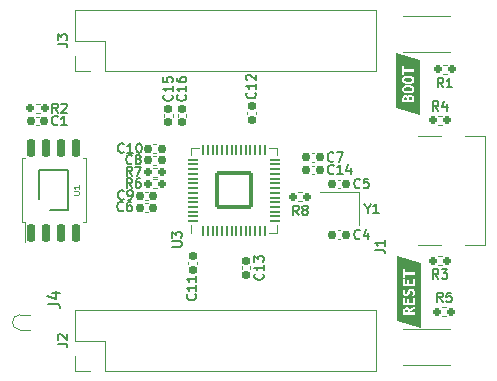
<source format=gto>
%TF.GenerationSoftware,KiCad,Pcbnew,(6.0.1)*%
%TF.CreationDate,2022-02-10T21:58:18+01:00*%
%TF.ProjectId,rp2040,72703230-3430-42e6-9b69-6361645f7063,rev?*%
%TF.SameCoordinates,PX8917370PY699e930*%
%TF.FileFunction,Legend,Top*%
%TF.FilePolarity,Positive*%
%FSLAX46Y46*%
G04 Gerber Fmt 4.6, Leading zero omitted, Abs format (unit mm)*
G04 Created by KiCad (PCBNEW (6.0.1)) date 2022-02-10 21:58:18*
%MOMM*%
%LPD*%
G01*
G04 APERTURE LIST*
G04 Aperture macros list*
%AMRoundRect*
0 Rectangle with rounded corners*
0 $1 Rounding radius*
0 $2 $3 $4 $5 $6 $7 $8 $9 X,Y pos of 4 corners*
0 Add a 4 corners polygon primitive as box body*
4,1,4,$2,$3,$4,$5,$6,$7,$8,$9,$2,$3,0*
0 Add four circle primitives for the rounded corners*
1,1,$1+$1,$2,$3*
1,1,$1+$1,$4,$5*
1,1,$1+$1,$6,$7*
1,1,$1+$1,$8,$9*
0 Add four rect primitives between the rounded corners*
20,1,$1+$1,$2,$3,$4,$5,0*
20,1,$1+$1,$4,$5,$6,$7,0*
20,1,$1+$1,$6,$7,$8,$9,0*
20,1,$1+$1,$8,$9,$2,$3,0*%
G04 Aperture macros list end*
%ADD10C,0.150000*%
%ADD11C,0.125000*%
%ADD12C,0.120000*%
%ADD13C,0.100000*%
%ADD14RoundRect,0.155000X-0.212500X-0.155000X0.212500X-0.155000X0.212500X0.155000X-0.212500X0.155000X0*%
%ADD15RoundRect,0.144000X1.456000X-1.456000X1.456000X1.456000X-1.456000X1.456000X-1.456000X-1.456000X0*%
%ADD16RoundRect,0.050000X0.387500X-0.050000X0.387500X0.050000X-0.387500X0.050000X-0.387500X-0.050000X0*%
%ADD17RoundRect,0.050000X0.050000X-0.387500X0.050000X0.387500X-0.050000X0.387500X-0.050000X-0.387500X0*%
%ADD18RoundRect,0.155000X0.212500X0.155000X-0.212500X0.155000X-0.212500X-0.155000X0.212500X-0.155000X0*%
%ADD19R,1.000000X2.000000*%
%ADD20RoundRect,0.160000X0.197500X0.160000X-0.197500X0.160000X-0.197500X-0.160000X0.197500X-0.160000X0*%
%ADD21RoundRect,0.155000X0.155000X-0.212500X0.155000X0.212500X-0.155000X0.212500X-0.155000X-0.212500X0*%
%ADD22RoundRect,0.155000X-0.155000X0.212500X-0.155000X-0.212500X0.155000X-0.212500X0.155000X0.212500X0*%
%ADD23O,2.100000X1.000000*%
%ADD24O,1.600000X1.000000*%
%ADD25R,1.150000X0.300000*%
%ADD26C,0.650000*%
%ADD27R,0.250000X0.600000*%
%ADD28RoundRect,0.150000X0.150000X-0.650000X0.150000X0.650000X-0.150000X0.650000X-0.150000X-0.650000X0*%
%ADD29R,1.600000X0.400000*%
%ADD30R,1.700000X1.700000*%
%ADD31O,1.700000X1.700000*%
%ADD32R,1.150000X1.000000*%
%ADD33O,1.500000X0.800000*%
%ADD34C,0.700000*%
%ADD35RoundRect,0.160000X-0.197500X-0.160000X0.197500X-0.160000X0.197500X0.160000X-0.197500X0.160000X0*%
G04 APERTURE END LIST*
D10*
%TO.C,C7*%
X27966666Y18014286D02*
X27928571Y17976191D01*
X27814285Y17938096D01*
X27738095Y17938096D01*
X27623809Y17976191D01*
X27547619Y18052381D01*
X27509523Y18128572D01*
X27471428Y18280953D01*
X27471428Y18395239D01*
X27509523Y18547620D01*
X27547619Y18623810D01*
X27623809Y18700000D01*
X27738095Y18738096D01*
X27814285Y18738096D01*
X27928571Y18700000D01*
X27966666Y18661905D01*
X28233333Y18738096D02*
X28766666Y18738096D01*
X28423809Y17938096D01*
%TO.C,U3*%
X14310649Y10753902D02*
X14958268Y10753902D01*
X15034459Y10791997D01*
X15072554Y10830092D01*
X15110649Y10906283D01*
X15110649Y11058664D01*
X15072554Y11134854D01*
X15034459Y11172949D01*
X14958268Y11211045D01*
X14310649Y11211045D01*
X14310649Y11515806D02*
X14310649Y12011045D01*
X14615411Y11744378D01*
X14615411Y11858664D01*
X14653506Y11934854D01*
X14691602Y11972949D01*
X14767792Y12011045D01*
X14958268Y12011045D01*
X15034459Y11972949D01*
X15072554Y11934854D01*
X15110649Y11858664D01*
X15110649Y11630092D01*
X15072554Y11553902D01*
X15034459Y11515806D01*
%TO.C,C9*%
X10213544Y14799641D02*
X10175449Y14761546D01*
X10061163Y14723451D01*
X9984973Y14723451D01*
X9870687Y14761546D01*
X9794497Y14837736D01*
X9756401Y14913927D01*
X9718306Y15066308D01*
X9718306Y15180594D01*
X9756401Y15332975D01*
X9794497Y15409165D01*
X9870687Y15485355D01*
X9984973Y15523451D01*
X10061163Y15523451D01*
X10175449Y15485355D01*
X10213544Y15447260D01*
X10594497Y14723451D02*
X10746878Y14723451D01*
X10823068Y14761546D01*
X10861163Y14799641D01*
X10937354Y14913927D01*
X10975449Y15066308D01*
X10975449Y15371070D01*
X10937354Y15447260D01*
X10899258Y15485355D01*
X10823068Y15523451D01*
X10670687Y15523451D01*
X10594497Y15485355D01*
X10556401Y15447260D01*
X10518306Y15371070D01*
X10518306Y15180594D01*
X10556401Y15104403D01*
X10594497Y15066308D01*
X10670687Y15028213D01*
X10823068Y15028213D01*
X10899258Y15066308D01*
X10937354Y15104403D01*
X10975449Y15180594D01*
%TO.C,C1*%
X4636666Y21084286D02*
X4598571Y21046191D01*
X4484285Y21008096D01*
X4408095Y21008096D01*
X4293809Y21046191D01*
X4217619Y21122381D01*
X4179523Y21198572D01*
X4141428Y21350953D01*
X4141428Y21465239D01*
X4179523Y21617620D01*
X4217619Y21693810D01*
X4293809Y21770000D01*
X4408095Y21808096D01*
X4484285Y21808096D01*
X4598571Y21770000D01*
X4636666Y21731905D01*
X5398571Y21008096D02*
X4941428Y21008096D01*
X5170000Y21008096D02*
X5170000Y21808096D01*
X5093809Y21693810D01*
X5017619Y21617620D01*
X4941428Y21579524D01*
%TO.C,R3*%
X36866666Y8018096D02*
X36600000Y8399048D01*
X36409523Y8018096D02*
X36409523Y8818096D01*
X36714285Y8818096D01*
X36790476Y8780000D01*
X36828571Y8741905D01*
X36866666Y8665715D01*
X36866666Y8551429D01*
X36828571Y8475239D01*
X36790476Y8437143D01*
X36714285Y8399048D01*
X36409523Y8399048D01*
X37133333Y8818096D02*
X37628571Y8818096D01*
X37361904Y8513334D01*
X37476190Y8513334D01*
X37552380Y8475239D01*
X37590476Y8437143D01*
X37628571Y8360953D01*
X37628571Y8170477D01*
X37590476Y8094286D01*
X37552380Y8056191D01*
X37476190Y8018096D01*
X37247619Y8018096D01*
X37171428Y8056191D01*
X37133333Y8094286D01*
%TO.C,C12*%
X21329577Y23785715D02*
X21367672Y23747620D01*
X21405767Y23633334D01*
X21405767Y23557143D01*
X21367672Y23442858D01*
X21291482Y23366667D01*
X21215291Y23328572D01*
X21062910Y23290477D01*
X20948624Y23290477D01*
X20796243Y23328572D01*
X20720053Y23366667D01*
X20643863Y23442858D01*
X20605767Y23557143D01*
X20605767Y23633334D01*
X20643863Y23747620D01*
X20681958Y23785715D01*
X21405767Y24547620D02*
X21405767Y24090477D01*
X21405767Y24319048D02*
X20605767Y24319048D01*
X20720053Y24242858D01*
X20796243Y24166667D01*
X20834339Y24090477D01*
X20681958Y24852381D02*
X20643863Y24890477D01*
X20605767Y24966667D01*
X20605767Y25157143D01*
X20643863Y25233334D01*
X20681958Y25271429D01*
X20758148Y25309524D01*
X20834339Y25309524D01*
X20948624Y25271429D01*
X21405767Y24814286D01*
X21405767Y25309524D01*
%TO.C,C14*%
X27985714Y16964286D02*
X27947619Y16926191D01*
X27833333Y16888096D01*
X27757142Y16888096D01*
X27642857Y16926191D01*
X27566666Y17002381D01*
X27528571Y17078572D01*
X27490476Y17230953D01*
X27490476Y17345239D01*
X27528571Y17497620D01*
X27566666Y17573810D01*
X27642857Y17650000D01*
X27757142Y17688096D01*
X27833333Y17688096D01*
X27947619Y17650000D01*
X27985714Y17611905D01*
X28747619Y16888096D02*
X28290476Y16888096D01*
X28519047Y16888096D02*
X28519047Y17688096D01*
X28442857Y17573810D01*
X28366666Y17497620D01*
X28290476Y17459524D01*
X29433333Y17421429D02*
X29433333Y16888096D01*
X29242857Y17726191D02*
X29052380Y17154762D01*
X29547619Y17154762D01*
%TO.C,C13*%
X21995714Y8435715D02*
X22033809Y8397620D01*
X22071904Y8283334D01*
X22071904Y8207143D01*
X22033809Y8092858D01*
X21957619Y8016667D01*
X21881428Y7978572D01*
X21729047Y7940477D01*
X21614761Y7940477D01*
X21462380Y7978572D01*
X21386190Y8016667D01*
X21310000Y8092858D01*
X21271904Y8207143D01*
X21271904Y8283334D01*
X21310000Y8397620D01*
X21348095Y8435715D01*
X22071904Y9197620D02*
X22071904Y8740477D01*
X22071904Y8969048D02*
X21271904Y8969048D01*
X21386190Y8892858D01*
X21462380Y8816667D01*
X21500476Y8740477D01*
X21271904Y9464286D02*
X21271904Y9959524D01*
X21576666Y9692858D01*
X21576666Y9807143D01*
X21614761Y9883334D01*
X21652857Y9921429D01*
X21729047Y9959524D01*
X21919523Y9959524D01*
X21995714Y9921429D01*
X22033809Y9883334D01*
X22071904Y9807143D01*
X22071904Y9578572D01*
X22033809Y9502381D01*
X21995714Y9464286D01*
%TO.C,C11*%
X16265003Y6714395D02*
X16303098Y6676300D01*
X16341193Y6562014D01*
X16341193Y6485823D01*
X16303098Y6371538D01*
X16226908Y6295347D01*
X16150717Y6257252D01*
X15998336Y6219157D01*
X15884050Y6219157D01*
X15731669Y6257252D01*
X15655479Y6295347D01*
X15579289Y6371538D01*
X15541193Y6485823D01*
X15541193Y6562014D01*
X15579289Y6676300D01*
X15617384Y6714395D01*
X16341193Y7476300D02*
X16341193Y7019157D01*
X16341193Y7247728D02*
X15541193Y7247728D01*
X15655479Y7171538D01*
X15731669Y7095347D01*
X15769765Y7019157D01*
X16341193Y8238204D02*
X16341193Y7781061D01*
X16341193Y8009633D02*
X15541193Y8009633D01*
X15655479Y7933442D01*
X15731669Y7857252D01*
X15769765Y7781061D01*
%TO.C,C10*%
X10214394Y18764286D02*
X10176299Y18726191D01*
X10062013Y18688096D01*
X9985822Y18688096D01*
X9871537Y18726191D01*
X9795346Y18802381D01*
X9757251Y18878572D01*
X9719156Y19030953D01*
X9719156Y19145239D01*
X9757251Y19297620D01*
X9795346Y19373810D01*
X9871537Y19450000D01*
X9985822Y19488096D01*
X10062013Y19488096D01*
X10176299Y19450000D01*
X10214394Y19411905D01*
X10976299Y18688096D02*
X10519156Y18688096D01*
X10747727Y18688096D02*
X10747727Y19488096D01*
X10671537Y19373810D01*
X10595346Y19297620D01*
X10519156Y19259524D01*
X11471537Y19488096D02*
X11547727Y19488096D01*
X11623918Y19450000D01*
X11662013Y19411905D01*
X11700108Y19335715D01*
X11738203Y19183334D01*
X11738203Y18992858D01*
X11700108Y18840477D01*
X11662013Y18764286D01*
X11623918Y18726191D01*
X11547727Y18688096D01*
X11471537Y18688096D01*
X11395346Y18726191D01*
X11357251Y18764286D01*
X11319156Y18840477D01*
X11281060Y18992858D01*
X11281060Y19183334D01*
X11319156Y19335715D01*
X11357251Y19411905D01*
X11395346Y19450000D01*
X11471537Y19488096D01*
%TO.C,R2*%
X4636666Y22058096D02*
X4370000Y22439048D01*
X4179523Y22058096D02*
X4179523Y22858096D01*
X4484285Y22858096D01*
X4560476Y22820000D01*
X4598571Y22781905D01*
X4636666Y22705715D01*
X4636666Y22591429D01*
X4598571Y22515239D01*
X4560476Y22477143D01*
X4484285Y22439048D01*
X4179523Y22439048D01*
X4941428Y22781905D02*
X4979523Y22820000D01*
X5055714Y22858096D01*
X5246190Y22858096D01*
X5322380Y22820000D01*
X5360476Y22781905D01*
X5398571Y22705715D01*
X5398571Y22629524D01*
X5360476Y22515239D01*
X4903333Y22058096D01*
X5398571Y22058096D01*
%TO.C,J1*%
X31511904Y10483334D02*
X32083333Y10483334D01*
X32197619Y10445239D01*
X32273809Y10369048D01*
X32311904Y10254762D01*
X32311904Y10178572D01*
X32311904Y11283334D02*
X32311904Y10826191D01*
X32311904Y11054762D02*
X31511904Y11054762D01*
X31626190Y10978572D01*
X31702380Y10902381D01*
X31740476Y10826191D01*
%TO.C,R7*%
X10913544Y16723451D02*
X10646878Y17104403D01*
X10456401Y16723451D02*
X10456401Y17523451D01*
X10761163Y17523451D01*
X10837354Y17485355D01*
X10875449Y17447260D01*
X10913544Y17371070D01*
X10913544Y17256784D01*
X10875449Y17180594D01*
X10837354Y17142498D01*
X10761163Y17104403D01*
X10456401Y17104403D01*
X11180211Y17523451D02*
X11713544Y17523451D01*
X11370687Y16723451D01*
D11*
%TO.C,U1*%
X5966190Y15139048D02*
X6370952Y15139048D01*
X6418571Y15162858D01*
X6442380Y15186667D01*
X6466190Y15234286D01*
X6466190Y15329524D01*
X6442380Y15377143D01*
X6418571Y15400953D01*
X6370952Y15424762D01*
X5966190Y15424762D01*
X6466190Y15924762D02*
X6466190Y15639048D01*
X6466190Y15781905D02*
X5966190Y15781905D01*
X6037619Y15734286D01*
X6085238Y15686667D01*
X6109047Y15639048D01*
D10*
%TO.C,C5*%
X30216666Y15764286D02*
X30178571Y15726191D01*
X30064285Y15688096D01*
X29988095Y15688096D01*
X29873809Y15726191D01*
X29797619Y15802381D01*
X29759523Y15878572D01*
X29721428Y16030953D01*
X29721428Y16145239D01*
X29759523Y16297620D01*
X29797619Y16373810D01*
X29873809Y16450000D01*
X29988095Y16488096D01*
X30064285Y16488096D01*
X30178571Y16450000D01*
X30216666Y16411905D01*
X30940476Y16488096D02*
X30559523Y16488096D01*
X30521428Y16107143D01*
X30559523Y16145239D01*
X30635714Y16183334D01*
X30826190Y16183334D01*
X30902380Y16145239D01*
X30940476Y16107143D01*
X30978571Y16030953D01*
X30978571Y15840477D01*
X30940476Y15764286D01*
X30902380Y15726191D01*
X30826190Y15688096D01*
X30635714Y15688096D01*
X30559523Y15726191D01*
X30521428Y15764286D01*
%TO.C,C8*%
X10913544Y17799641D02*
X10875449Y17761546D01*
X10761163Y17723451D01*
X10684973Y17723451D01*
X10570687Y17761546D01*
X10494497Y17837736D01*
X10456401Y17913927D01*
X10418306Y18066308D01*
X10418306Y18180594D01*
X10456401Y18332975D01*
X10494497Y18409165D01*
X10570687Y18485355D01*
X10684973Y18523451D01*
X10761163Y18523451D01*
X10875449Y18485355D01*
X10913544Y18447260D01*
X11370687Y18180594D02*
X11294497Y18218689D01*
X11256401Y18256784D01*
X11218306Y18332975D01*
X11218306Y18371070D01*
X11256401Y18447260D01*
X11294497Y18485355D01*
X11370687Y18523451D01*
X11523068Y18523451D01*
X11599258Y18485355D01*
X11637354Y18447260D01*
X11675449Y18371070D01*
X11675449Y18332975D01*
X11637354Y18256784D01*
X11599258Y18218689D01*
X11523068Y18180594D01*
X11370687Y18180594D01*
X11294497Y18142498D01*
X11256401Y18104403D01*
X11218306Y18028213D01*
X11218306Y17875832D01*
X11256401Y17799641D01*
X11294497Y17761546D01*
X11370687Y17723451D01*
X11523068Y17723451D01*
X11599258Y17761546D01*
X11637354Y17799641D01*
X11675449Y17875832D01*
X11675449Y18028213D01*
X11637354Y18104403D01*
X11599258Y18142498D01*
X11523068Y18180594D01*
%TO.C,J3*%
X4616904Y27928334D02*
X5188333Y27928334D01*
X5302619Y27890239D01*
X5378809Y27814048D01*
X5416904Y27699762D01*
X5416904Y27623572D01*
X4616904Y28233096D02*
X4616904Y28728334D01*
X4921666Y28461667D01*
X4921666Y28575953D01*
X4959761Y28652143D01*
X4997857Y28690239D01*
X5074047Y28728334D01*
X5264523Y28728334D01*
X5340714Y28690239D01*
X5378809Y28652143D01*
X5416904Y28575953D01*
X5416904Y28347381D01*
X5378809Y28271191D01*
X5340714Y28233096D01*
%TO.C,Y1*%
X30869047Y13969048D02*
X30869047Y13588096D01*
X30602380Y14388096D02*
X30869047Y13969048D01*
X31135714Y14388096D01*
X31821428Y13588096D02*
X31364285Y13588096D01*
X31592857Y13588096D02*
X31592857Y14388096D01*
X31516666Y14273810D01*
X31440476Y14197620D01*
X31364285Y14159524D01*
%TO.C,J4*%
X3804380Y5916667D02*
X4518666Y5916667D01*
X4661523Y5869048D01*
X4756761Y5773810D01*
X4804380Y5630953D01*
X4804380Y5535715D01*
X4137714Y6821429D02*
X4804380Y6821429D01*
X3756761Y6583334D02*
X4471047Y6345239D01*
X4471047Y6964286D01*
%TO.C,R5*%
X37216666Y6058096D02*
X36950000Y6439048D01*
X36759523Y6058096D02*
X36759523Y6858096D01*
X37064285Y6858096D01*
X37140476Y6820000D01*
X37178571Y6781905D01*
X37216666Y6705715D01*
X37216666Y6591429D01*
X37178571Y6515239D01*
X37140476Y6477143D01*
X37064285Y6439048D01*
X36759523Y6439048D01*
X37940476Y6858096D02*
X37559523Y6858096D01*
X37521428Y6477143D01*
X37559523Y6515239D01*
X37635714Y6553334D01*
X37826190Y6553334D01*
X37902380Y6515239D01*
X37940476Y6477143D01*
X37978571Y6400953D01*
X37978571Y6210477D01*
X37940476Y6134286D01*
X37902380Y6096191D01*
X37826190Y6058096D01*
X37635714Y6058096D01*
X37559523Y6096191D01*
X37521428Y6134286D01*
%TO.C,R1*%
X37266666Y24218096D02*
X37000000Y24599048D01*
X36809523Y24218096D02*
X36809523Y25018096D01*
X37114285Y25018096D01*
X37190476Y24980000D01*
X37228571Y24941905D01*
X37266666Y24865715D01*
X37266666Y24751429D01*
X37228571Y24675239D01*
X37190476Y24637143D01*
X37114285Y24599048D01*
X36809523Y24599048D01*
X38028571Y24218096D02*
X37571428Y24218096D01*
X37800000Y24218096D02*
X37800000Y25018096D01*
X37723809Y24903810D01*
X37647619Y24827620D01*
X37571428Y24789524D01*
%TO.C,R6*%
X10913544Y15723451D02*
X10646878Y16104403D01*
X10456401Y15723451D02*
X10456401Y16523451D01*
X10761163Y16523451D01*
X10837354Y16485355D01*
X10875449Y16447260D01*
X10913544Y16371070D01*
X10913544Y16256784D01*
X10875449Y16180594D01*
X10837354Y16142498D01*
X10761163Y16104403D01*
X10456401Y16104403D01*
X11599258Y16523451D02*
X11446878Y16523451D01*
X11370687Y16485355D01*
X11332592Y16447260D01*
X11256401Y16332975D01*
X11218306Y16180594D01*
X11218306Y15875832D01*
X11256401Y15799641D01*
X11294497Y15761546D01*
X11370687Y15723451D01*
X11523068Y15723451D01*
X11599258Y15761546D01*
X11637354Y15799641D01*
X11675449Y15875832D01*
X11675449Y16066308D01*
X11637354Y16142498D01*
X11599258Y16180594D01*
X11523068Y16218689D01*
X11370687Y16218689D01*
X11294497Y16180594D01*
X11256401Y16142498D01*
X11218306Y16066308D01*
%TO.C,J2*%
X4616904Y2528334D02*
X5188333Y2528334D01*
X5302619Y2490239D01*
X5378809Y2414048D01*
X5416904Y2299762D01*
X5416904Y2223572D01*
X4693095Y2871191D02*
X4655000Y2909286D01*
X4616904Y2985477D01*
X4616904Y3175953D01*
X4655000Y3252143D01*
X4693095Y3290239D01*
X4769285Y3328334D01*
X4845476Y3328334D01*
X4959761Y3290239D01*
X5416904Y2833096D01*
X5416904Y3328334D01*
%TO.C,C4*%
X30216666Y11464286D02*
X30178571Y11426191D01*
X30064285Y11388096D01*
X29988095Y11388096D01*
X29873809Y11426191D01*
X29797619Y11502381D01*
X29759523Y11578572D01*
X29721428Y11730953D01*
X29721428Y11845239D01*
X29759523Y11997620D01*
X29797619Y12073810D01*
X29873809Y12150000D01*
X29988095Y12188096D01*
X30064285Y12188096D01*
X30178571Y12150000D01*
X30216666Y12111905D01*
X30902380Y11921429D02*
X30902380Y11388096D01*
X30711904Y12226191D02*
X30521428Y11654762D01*
X31016666Y11654762D01*
%TO.C,C16*%
X15435714Y23585715D02*
X15473809Y23547620D01*
X15511904Y23433334D01*
X15511904Y23357143D01*
X15473809Y23242858D01*
X15397619Y23166667D01*
X15321428Y23128572D01*
X15169047Y23090477D01*
X15054761Y23090477D01*
X14902380Y23128572D01*
X14826190Y23166667D01*
X14750000Y23242858D01*
X14711904Y23357143D01*
X14711904Y23433334D01*
X14750000Y23547620D01*
X14788095Y23585715D01*
X15511904Y24347620D02*
X15511904Y23890477D01*
X15511904Y24119048D02*
X14711904Y24119048D01*
X14826190Y24042858D01*
X14902380Y23966667D01*
X14940476Y23890477D01*
X14711904Y25033334D02*
X14711904Y24880953D01*
X14750000Y24804762D01*
X14788095Y24766667D01*
X14902380Y24690477D01*
X15054761Y24652381D01*
X15359523Y24652381D01*
X15435714Y24690477D01*
X15473809Y24728572D01*
X15511904Y24804762D01*
X15511904Y24957143D01*
X15473809Y25033334D01*
X15435714Y25071429D01*
X15359523Y25109524D01*
X15169047Y25109524D01*
X15092857Y25071429D01*
X15054761Y25033334D01*
X15016666Y24957143D01*
X15016666Y24804762D01*
X15054761Y24728572D01*
X15092857Y24690477D01*
X15169047Y24652381D01*
%TO.C,R4*%
X36866666Y22258096D02*
X36600000Y22639048D01*
X36409523Y22258096D02*
X36409523Y23058096D01*
X36714285Y23058096D01*
X36790476Y23020000D01*
X36828571Y22981905D01*
X36866666Y22905715D01*
X36866666Y22791429D01*
X36828571Y22715239D01*
X36790476Y22677143D01*
X36714285Y22639048D01*
X36409523Y22639048D01*
X37552380Y22791429D02*
X37552380Y22258096D01*
X37361904Y23096191D02*
X37171428Y22524762D01*
X37666666Y22524762D01*
%TO.C,C15*%
X14285714Y23585715D02*
X14323809Y23547620D01*
X14361904Y23433334D01*
X14361904Y23357143D01*
X14323809Y23242858D01*
X14247619Y23166667D01*
X14171428Y23128572D01*
X14019047Y23090477D01*
X13904761Y23090477D01*
X13752380Y23128572D01*
X13676190Y23166667D01*
X13600000Y23242858D01*
X13561904Y23357143D01*
X13561904Y23433334D01*
X13600000Y23547620D01*
X13638095Y23585715D01*
X14361904Y24347620D02*
X14361904Y23890477D01*
X14361904Y24119048D02*
X13561904Y24119048D01*
X13676190Y24042858D01*
X13752380Y23966667D01*
X13790476Y23890477D01*
X13561904Y25071429D02*
X13561904Y24690477D01*
X13942857Y24652381D01*
X13904761Y24690477D01*
X13866666Y24766667D01*
X13866666Y24957143D01*
X13904761Y25033334D01*
X13942857Y25071429D01*
X14019047Y25109524D01*
X14209523Y25109524D01*
X14285714Y25071429D01*
X14323809Y25033334D01*
X14361904Y24957143D01*
X14361904Y24766667D01*
X14323809Y24690477D01*
X14285714Y24652381D01*
%TO.C,C6*%
X10178188Y13834997D02*
X10140093Y13796902D01*
X10025807Y13758807D01*
X9949617Y13758807D01*
X9835331Y13796902D01*
X9759141Y13873092D01*
X9721045Y13949283D01*
X9682950Y14101664D01*
X9682950Y14215950D01*
X9721045Y14368331D01*
X9759141Y14444521D01*
X9835331Y14520711D01*
X9949617Y14558807D01*
X10025807Y14558807D01*
X10140093Y14520711D01*
X10178188Y14482616D01*
X10863902Y14558807D02*
X10711522Y14558807D01*
X10635331Y14520711D01*
X10597236Y14482616D01*
X10521045Y14368331D01*
X10482950Y14215950D01*
X10482950Y13911188D01*
X10521045Y13834997D01*
X10559141Y13796902D01*
X10635331Y13758807D01*
X10787712Y13758807D01*
X10863902Y13796902D01*
X10901998Y13834997D01*
X10940093Y13911188D01*
X10940093Y14101664D01*
X10901998Y14177854D01*
X10863902Y14215950D01*
X10787712Y14254045D01*
X10635331Y14254045D01*
X10559141Y14215950D01*
X10521045Y14177854D01*
X10482950Y14101664D01*
%TO.C,R8*%
X25016666Y13418096D02*
X24750000Y13799048D01*
X24559523Y13418096D02*
X24559523Y14218096D01*
X24864285Y14218096D01*
X24940476Y14180000D01*
X24978571Y14141905D01*
X25016666Y14065715D01*
X25016666Y13951429D01*
X24978571Y13875239D01*
X24940476Y13837143D01*
X24864285Y13799048D01*
X24559523Y13799048D01*
X25473809Y13875239D02*
X25397619Y13913334D01*
X25359523Y13951429D01*
X25321428Y14027620D01*
X25321428Y14065715D01*
X25359523Y14141905D01*
X25397619Y14180000D01*
X25473809Y14218096D01*
X25626190Y14218096D01*
X25702380Y14180000D01*
X25740476Y14141905D01*
X25778571Y14065715D01*
X25778571Y14027620D01*
X25740476Y13951429D01*
X25702380Y13913334D01*
X25626190Y13875239D01*
X25473809Y13875239D01*
X25397619Y13837143D01*
X25359523Y13799048D01*
X25321428Y13722858D01*
X25321428Y13570477D01*
X25359523Y13494286D01*
X25397619Y13456191D01*
X25473809Y13418096D01*
X25626190Y13418096D01*
X25702380Y13456191D01*
X25740476Y13494286D01*
X25778571Y13570477D01*
X25778571Y13722858D01*
X25740476Y13799048D01*
X25702380Y13837143D01*
X25626190Y13875239D01*
D12*
%TO.C,C7*%
X26134165Y18660000D02*
X26365835Y18660000D01*
X26134165Y17940000D02*
X26365835Y17940000D01*
%TO.C,U3*%
X15940000Y19110000D02*
X16590000Y19110000D01*
X23160000Y12540000D02*
X23160000Y11890000D01*
X15940000Y18460000D02*
X15940000Y19110000D01*
X15940000Y12540000D02*
X15940000Y11890000D01*
X23160000Y18460000D02*
X23160000Y19110000D01*
X23160000Y11890000D02*
X22510000Y11890000D01*
X23160000Y19110000D02*
X22510000Y19110000D01*
%TO.C,C9*%
X12265835Y15410000D02*
X12034165Y15410000D01*
X12265835Y14690000D02*
X12034165Y14690000D01*
%TO.C,C1*%
X2804165Y21010000D02*
X3035835Y21010000D01*
X2804165Y21730000D02*
X3035835Y21730000D01*
%TO.C,SW1*%
X33850000Y27250000D02*
X37850000Y27250000D01*
X33850000Y30250000D02*
X37850000Y30250000D01*
%TO.C,R3*%
X37167621Y9170000D02*
X36832379Y9170000D01*
X37167621Y9930000D02*
X36832379Y9930000D01*
%TO.C,C12*%
X21410000Y21934165D02*
X21410000Y22165835D01*
X20690000Y21934165D02*
X20690000Y22165835D01*
%TO.C,C14*%
X26134165Y17610000D02*
X26365835Y17610000D01*
X26134165Y16890000D02*
X26365835Y16890000D01*
%TO.C,C13*%
X20910000Y9065835D02*
X20910000Y8834165D01*
X20190000Y9065835D02*
X20190000Y8834165D01*
%TO.C,C11*%
X16410000Y9465835D02*
X16410000Y9234165D01*
X15690000Y9465835D02*
X15690000Y9234165D01*
%TO.C,C10*%
X12965835Y18690000D02*
X12734165Y18690000D01*
X12965835Y19410000D02*
X12734165Y19410000D01*
%TO.C,R2*%
X3087621Y22850000D02*
X2752379Y22850000D01*
X3087621Y22090000D02*
X2752379Y22090000D01*
%TO.C,J1*%
X35150000Y10920000D02*
X37070000Y10920000D01*
X37070000Y20080000D02*
X35150000Y20080000D01*
X40785000Y20080000D02*
X40785000Y10920000D01*
X39080000Y20080000D02*
X40785000Y20080000D01*
X40785000Y10920000D02*
X39080000Y10920000D01*
%TO.C,R7*%
X13017621Y16670000D02*
X12682379Y16670000D01*
X13017621Y17430000D02*
X12682379Y17430000D01*
%TO.C,U1*%
X7020000Y18245000D02*
X6760000Y18245000D01*
D10*
X5480000Y13820000D02*
X4005000Y13820000D01*
D12*
X1570000Y15520000D02*
X1570000Y12795000D01*
D10*
X3080000Y17220000D02*
X5480000Y17220000D01*
D12*
X1830000Y12795000D02*
X1830000Y11120000D01*
X7020000Y15520000D02*
X7020000Y18245000D01*
D10*
X3080000Y14770000D02*
X3080000Y17220000D01*
D12*
X1570000Y12795000D02*
X1830000Y12795000D01*
X7020000Y15520000D02*
X7020000Y12795000D01*
X1570000Y15520000D02*
X1570000Y18245000D01*
X7020000Y12795000D02*
X6760000Y12795000D01*
X1570000Y18245000D02*
X1830000Y18245000D01*
D10*
X5480000Y17220000D02*
X5480000Y13820000D01*
D12*
%TO.C,C5*%
X28565835Y15690000D02*
X28334165Y15690000D01*
X28565835Y16410000D02*
X28334165Y16410000D01*
%TO.C,C8*%
X12965835Y18410000D02*
X12734165Y18410000D01*
X12965835Y17690000D02*
X12734165Y17690000D01*
%TO.C,J3*%
X8655000Y25595000D02*
X8655000Y28195000D01*
X6055000Y25595000D02*
X6055000Y26925000D01*
X6055000Y28195000D02*
X6055000Y30795000D01*
X31575000Y25595000D02*
X31575000Y30795000D01*
X8655000Y28195000D02*
X6055000Y28195000D01*
X6055000Y30795000D02*
X31575000Y30795000D01*
X8655000Y25595000D02*
X31575000Y25595000D01*
X7385000Y25595000D02*
X6055000Y25595000D01*
%TO.C,Y1*%
X30100000Y15350000D02*
X26800000Y15350000D01*
X30100000Y12550000D02*
X30100000Y15350000D01*
D13*
%TO.C,J4*%
X1431000Y4980000D02*
G75*
G03*
X1431000Y3710000I0J-635000D01*
G01*
X1431000Y4980000D02*
X2320000Y4980000D01*
X1431000Y3710000D02*
X2320000Y3710000D01*
D12*
%TO.C,R5*%
X37182379Y5630000D02*
X37517621Y5630000D01*
X37182379Y4870000D02*
X37517621Y4870000D01*
%TO.C,R1*%
X37567621Y25370000D02*
X37232379Y25370000D01*
X37567621Y26130000D02*
X37232379Y26130000D01*
%TO.C,kibuzzard-6203A47E*%
G36*
X35375393Y9334299D02*
G01*
X35375393Y3850465D01*
X33324607Y4465701D01*
X33324607Y5232331D01*
X33848350Y5232331D01*
X33849938Y5176769D01*
X33853906Y5110094D01*
X33861844Y5041037D01*
X33873750Y4978331D01*
X34842125Y4978331D01*
X34842125Y5173594D01*
X34480175Y5173594D01*
X34480175Y5275194D01*
X34570067Y5328970D01*
X34658769Y5379175D01*
X34748661Y5424617D01*
X34842125Y5464106D01*
X34842125Y5668894D01*
X34738144Y5623650D01*
X34628606Y5568881D01*
X34523831Y5510144D01*
X34432550Y5452994D01*
X34387703Y5522447D01*
X34326187Y5568881D01*
X34252369Y5595075D01*
X34170612Y5603806D01*
X34093420Y5597258D01*
X34026944Y5577612D01*
X33926137Y5502206D01*
X33891609Y5448231D01*
X33867400Y5384731D01*
X33853112Y5312500D01*
X33848350Y5232331D01*
X33324607Y5232331D01*
X33324607Y5786369D01*
X33859462Y5786369D01*
X34842125Y5786369D01*
X34842125Y6416606D01*
X34680200Y6416606D01*
X34680200Y5981631D01*
X34403975Y5981631D01*
X34403975Y6329294D01*
X34242050Y6329294D01*
X34242050Y5981631D01*
X34021387Y5981631D01*
X34021387Y6381681D01*
X33859462Y6381681D01*
X33859462Y5786369D01*
X33324607Y5786369D01*
X33324607Y6894444D01*
X33837237Y6894444D01*
X33845881Y6797165D01*
X33871810Y6714880D01*
X33915025Y6647588D01*
X34007894Y6580317D01*
X34130925Y6557894D01*
X34247606Y6583294D01*
X34326187Y6647588D01*
X34378575Y6734106D01*
X34415088Y6826181D01*
X34442869Y6892856D01*
X34476206Y6953181D01*
X34518275Y6997631D01*
X34572250Y7015094D01*
X34619081Y7007950D01*
X34660356Y6981756D01*
X34688931Y6930163D01*
X34699250Y6848406D01*
X34693694Y6769230D01*
X34677025Y6703150D01*
X34629400Y6600756D01*
X34788150Y6543606D01*
X34836569Y6653144D01*
X34856214Y6738472D01*
X34862763Y6848406D01*
X34854384Y6959796D01*
X34829249Y7050548D01*
X34787356Y7120663D01*
X34696273Y7187933D01*
X34573838Y7210356D01*
X34499820Y7203609D01*
X34439694Y7183369D01*
X34350794Y7114313D01*
X34293644Y7022238D01*
X34254750Y6926194D01*
X34230937Y6865075D01*
X34201569Y6809512D01*
X34163469Y6769031D01*
X34113462Y6753156D01*
X34050844Y6770442D01*
X34013274Y6822301D01*
X34000750Y6908731D01*
X34016625Y7020650D01*
X34054725Y7108756D01*
X33903912Y7165906D01*
X33857875Y7052400D01*
X33842397Y6979177D01*
X33837237Y6894444D01*
X33324607Y6894444D01*
X33324607Y7373869D01*
X33859462Y7373869D01*
X34842125Y7373869D01*
X34842125Y8004106D01*
X34680200Y8004106D01*
X34680200Y7569131D01*
X34403975Y7569131D01*
X34403975Y7916794D01*
X34242050Y7916794D01*
X34242050Y7569131D01*
X34021387Y7569131D01*
X34021387Y7969181D01*
X33859462Y7969181D01*
X33859462Y7373869D01*
X33324607Y7373869D01*
X33324607Y8821669D01*
X33859462Y8821669D01*
X33859462Y8107294D01*
X34021387Y8107294D01*
X34021387Y8366056D01*
X34842125Y8366056D01*
X34842125Y8562906D01*
X34021387Y8562906D01*
X34021387Y8821669D01*
X33859462Y8821669D01*
X33324607Y8821669D01*
X33324607Y9949535D01*
X35375393Y9334299D01*
G37*
G36*
X34279356Y5360919D02*
G01*
X34308527Y5302578D01*
X34318250Y5216456D01*
X34318250Y5173594D01*
X34022975Y5173594D01*
X34019006Y5205344D01*
X34018212Y5232331D01*
X34027341Y5302578D01*
X34054725Y5357744D01*
X34101556Y5393462D01*
X34169025Y5405369D01*
X34279356Y5360919D01*
G37*
%TO.C,R6*%
X13017621Y15670000D02*
X12682379Y15670000D01*
X13017621Y16430000D02*
X12682379Y16430000D01*
%TO.C,SW2*%
X33850000Y3750000D02*
X37850000Y3750000D01*
X33850000Y750000D02*
X37850000Y750000D01*
%TO.C,J2*%
X6055000Y5395000D02*
X31575000Y5395000D01*
X8655000Y2795000D02*
X6055000Y2795000D01*
X8655000Y195000D02*
X31575000Y195000D01*
X31575000Y195000D02*
X31575000Y5395000D01*
X7385000Y195000D02*
X6055000Y195000D01*
X8655000Y195000D02*
X8655000Y2795000D01*
X6055000Y2795000D02*
X6055000Y5395000D01*
X6055000Y195000D02*
X6055000Y1525000D01*
%TO.C,C4*%
X28565835Y12110000D02*
X28334165Y12110000D01*
X28565835Y11390000D02*
X28334165Y11390000D01*
%TO.C,C16*%
X15510000Y21734165D02*
X15510000Y21965835D01*
X14790000Y21734165D02*
X14790000Y21965835D01*
%TO.C,R4*%
X36832379Y21070000D02*
X37167621Y21070000D01*
X36832379Y21830000D02*
X37167621Y21830000D01*
%TO.C,C15*%
X14360000Y21734165D02*
X14360000Y21965835D01*
X13640000Y21734165D02*
X13640000Y21965835D01*
%TO.C,C6*%
X12265835Y13690000D02*
X12034165Y13690000D01*
X12265835Y14410000D02*
X12034165Y14410000D01*
%TO.C,R8*%
X25317621Y15330000D02*
X24982379Y15330000D01*
X25317621Y14570000D02*
X24982379Y14570000D01*
%TO.C,kibuzzard-6203A46A*%
G36*
X34369056Y24234292D02*
G01*
X34433350Y24230125D01*
X34542094Y24207900D01*
X34615913Y24160275D01*
X34642900Y24080106D01*
X34615913Y23999144D01*
X34542888Y23952312D01*
X34434144Y23930087D01*
X34369255Y23925920D01*
X34300000Y23924531D01*
X34230944Y23925920D01*
X34166650Y23930087D01*
X34057906Y23952312D01*
X33984087Y23999144D01*
X33957100Y24080106D01*
X33984087Y24161069D01*
X34057112Y24207900D01*
X34165856Y24230125D01*
X34230745Y24234292D01*
X34300000Y24235681D01*
X34369056Y24234292D01*
G37*
G36*
X34167444Y23359381D02*
G01*
X34199987Y23246669D01*
X34199987Y23170469D01*
X33974562Y23170469D01*
X33969800Y23213331D01*
X33968212Y23259369D01*
X33972181Y23311756D01*
X33988056Y23356206D01*
X34021394Y23386369D01*
X34077750Y23397481D01*
X34167444Y23359381D01*
G37*
G36*
X35325393Y26537424D02*
G01*
X35325393Y21847340D01*
X33274607Y22462576D01*
X33274607Y23229206D01*
X33798350Y23229206D01*
X33805494Y23097444D01*
X33822162Y22975206D01*
X34776250Y22975206D01*
X34788752Y23043866D01*
X34797681Y23113319D01*
X34803039Y23181978D01*
X34804825Y23248256D01*
X34801055Y23326639D01*
X34789744Y23399862D01*
X34769503Y23465744D01*
X34738944Y23522100D01*
X34643694Y23603856D01*
X34576820Y23626478D01*
X34495263Y23634019D01*
X34428588Y23625089D01*
X34365088Y23598300D01*
X34309525Y23546508D01*
X34266662Y23462569D01*
X34180937Y23553850D01*
X34122994Y23579448D01*
X34057112Y23587981D01*
X33965037Y23573694D01*
X33881694Y23519719D01*
X33821369Y23410181D01*
X33804105Y23330012D01*
X33798350Y23229206D01*
X33274607Y23229206D01*
X33274607Y24080106D01*
X33787237Y24080106D01*
X33801613Y23977095D01*
X33844740Y23890312D01*
X33916619Y23819756D01*
X33989098Y23778779D01*
X34077155Y23749509D01*
X34180789Y23731948D01*
X34300000Y23726094D01*
X34419211Y23731799D01*
X34522845Y23748914D01*
X34610902Y23777439D01*
X34683381Y23817375D01*
X34755260Y23887313D01*
X34798387Y23975419D01*
X34812763Y24081694D01*
X34798387Y24185410D01*
X34755260Y24272194D01*
X34683381Y24342044D01*
X34610902Y24382327D01*
X34522845Y24411100D01*
X34419211Y24428364D01*
X34300000Y24434119D01*
X34180789Y24428463D01*
X34077155Y24411497D01*
X33989098Y24383220D01*
X33916619Y24343631D01*
X33844740Y24274134D01*
X33801613Y24186292D01*
X33787237Y24080106D01*
X33274607Y24080106D01*
X33274607Y24873856D01*
X33787237Y24873856D01*
X33801613Y24770845D01*
X33844740Y24684062D01*
X33916619Y24613506D01*
X33989098Y24572529D01*
X34077155Y24543259D01*
X34180789Y24525698D01*
X34300000Y24519844D01*
X34419211Y24525549D01*
X34522845Y24542664D01*
X34610902Y24571189D01*
X34683381Y24611125D01*
X34755260Y24681063D01*
X34798387Y24769169D01*
X34812763Y24875444D01*
X34798387Y24979160D01*
X34755260Y25065944D01*
X34683381Y25135794D01*
X34610902Y25176077D01*
X34522845Y25204850D01*
X34419211Y25222114D01*
X34300000Y25227869D01*
X34180789Y25222213D01*
X34077155Y25205247D01*
X33989098Y25176970D01*
X33916619Y25137381D01*
X33844740Y25067884D01*
X33801613Y24980042D01*
X33787237Y24873856D01*
X33274607Y24873856D01*
X33274607Y25310419D01*
X33809462Y25310419D01*
X33971387Y25310419D01*
X33971387Y25569181D01*
X34792125Y25569181D01*
X34792125Y25766031D01*
X33971387Y25766031D01*
X33971387Y26024794D01*
X33809462Y26024794D01*
X33809462Y25310419D01*
X33274607Y25310419D01*
X33274607Y27152660D01*
X35325393Y26537424D01*
G37*
G36*
X34369056Y25028042D02*
G01*
X34433350Y25023875D01*
X34542094Y25001650D01*
X34615913Y24954025D01*
X34642900Y24873856D01*
X34615913Y24792894D01*
X34542888Y24746063D01*
X34434144Y24723838D01*
X34369255Y24719670D01*
X34300000Y24718281D01*
X34230944Y24719670D01*
X34166650Y24723838D01*
X34057906Y24746063D01*
X33984087Y24792894D01*
X33957100Y24873856D01*
X33984087Y24954819D01*
X34057112Y25001650D01*
X34165856Y25023875D01*
X34230745Y25028042D01*
X34300000Y25029431D01*
X34369056Y25028042D01*
G37*
G36*
X34565906Y23426056D02*
G01*
X34608769Y23385575D01*
X34629406Y23329219D01*
X34634963Y23264131D01*
X34633375Y23215712D01*
X34628613Y23170469D01*
X34361913Y23170469D01*
X34361913Y23275244D01*
X34392869Y23396687D01*
X34495263Y23441931D01*
X34565906Y23426056D01*
G37*
%TD*%
%LPC*%
D14*
%TO.C,C7*%
X25682500Y18300000D03*
X26817500Y18300000D03*
%TD*%
D15*
%TO.C,U3*%
X19550000Y15500000D03*
D16*
X16112500Y12900000D03*
X16112500Y13300000D03*
X16112500Y13700000D03*
X16112500Y14100000D03*
X16112500Y14500000D03*
X16112500Y14900000D03*
X16112500Y15300000D03*
X16112500Y15700000D03*
X16112500Y16100000D03*
X16112500Y16500000D03*
X16112500Y16900000D03*
X16112500Y17300000D03*
X16112500Y17700000D03*
X16112500Y18100000D03*
D17*
X16950000Y18937500D03*
X17350000Y18937500D03*
X17750000Y18937500D03*
X18150000Y18937500D03*
X18550000Y18937500D03*
X18950000Y18937500D03*
X19350000Y18937500D03*
X19750000Y18937500D03*
X20150000Y18937500D03*
X20550000Y18937500D03*
X20950000Y18937500D03*
X21350000Y18937500D03*
X21750000Y18937500D03*
X22150000Y18937500D03*
D16*
X22987500Y18100000D03*
X22987500Y17700000D03*
X22987500Y17300000D03*
X22987500Y16900000D03*
X22987500Y16500000D03*
X22987500Y16100000D03*
X22987500Y15700000D03*
X22987500Y15300000D03*
X22987500Y14900000D03*
X22987500Y14500000D03*
X22987500Y14100000D03*
X22987500Y13700000D03*
X22987500Y13300000D03*
X22987500Y12900000D03*
D17*
X22150000Y12062500D03*
X21750000Y12062500D03*
X21350000Y12062500D03*
X20950000Y12062500D03*
X20550000Y12062500D03*
X20150000Y12062500D03*
X19750000Y12062500D03*
X19350000Y12062500D03*
X18950000Y12062500D03*
X18550000Y12062500D03*
X18150000Y12062500D03*
X17750000Y12062500D03*
X17350000Y12062500D03*
X16950000Y12062500D03*
%TD*%
D18*
%TO.C,C9*%
X12717500Y15050000D03*
X11582500Y15050000D03*
%TD*%
D14*
%TO.C,C1*%
X2352500Y21370000D03*
X3487500Y21370000D03*
%TD*%
D19*
%TO.C,SW1*%
X33800000Y28750000D03*
X37900000Y28750000D03*
%TD*%
D20*
%TO.C,R3*%
X37597500Y9550000D03*
X36402500Y9550000D03*
%TD*%
D21*
%TO.C,C12*%
X21050000Y21482500D03*
X21050000Y22617500D03*
%TD*%
D14*
%TO.C,C14*%
X25682500Y17250000D03*
X26817500Y17250000D03*
%TD*%
D22*
%TO.C,C13*%
X20550000Y9517500D03*
X20550000Y8382500D03*
%TD*%
%TO.C,C11*%
X16050000Y9917500D03*
X16050000Y8782500D03*
%TD*%
D18*
%TO.C,C10*%
X13417500Y19050000D03*
X12282500Y19050000D03*
%TD*%
D20*
%TO.C,R2*%
X3517500Y22470000D03*
X2322500Y22470000D03*
%TD*%
D23*
%TO.C,J1*%
X33895000Y19820000D03*
X33895000Y11180000D03*
D24*
X38075000Y19820000D03*
X38075000Y11180000D03*
D25*
X33330000Y12450000D03*
X33330000Y13250000D03*
X33330000Y13750000D03*
X33330000Y14750000D03*
X33330000Y16250000D03*
X33330000Y17250000D03*
X33330000Y17750000D03*
X33330000Y18550000D03*
X33330000Y18850000D03*
X33330000Y18050000D03*
X33330000Y16750000D03*
X33330000Y15750000D03*
X33330000Y15250000D03*
X33330000Y14250000D03*
X33330000Y12950000D03*
X33330000Y12150000D03*
D26*
X34395000Y18390000D03*
X34395000Y12610000D03*
%TD*%
D20*
%TO.C,R7*%
X13447500Y17050000D03*
X12252500Y17050000D03*
%TD*%
D27*
%TO.C,U1*%
X3530000Y14320000D03*
D28*
X2390000Y11920000D03*
D27*
X4030000Y14320000D03*
D28*
X3660000Y11920000D03*
X4930000Y11920000D03*
D27*
X4530000Y14320000D03*
X5030000Y14320000D03*
D28*
X6200000Y11920000D03*
D27*
X5030000Y16720000D03*
D28*
X6200000Y19120000D03*
X4930000Y19120000D03*
D27*
X4530000Y16720000D03*
D28*
X3660000Y19120000D03*
D27*
X4030000Y16720000D03*
D28*
X2390000Y19120000D03*
D27*
X3530000Y16720000D03*
D29*
X4280000Y15520000D03*
%TD*%
D18*
%TO.C,C5*%
X29017500Y16050000D03*
X27882500Y16050000D03*
%TD*%
%TO.C,C8*%
X13417500Y18050000D03*
X12282500Y18050000D03*
%TD*%
D30*
%TO.C,J3*%
X7385000Y26925000D03*
D31*
X7385000Y29465000D03*
X9925000Y26925000D03*
X9925000Y29465000D03*
X12465000Y26925000D03*
X12465000Y29465000D03*
X15005000Y26925000D03*
X15005000Y29465000D03*
X17545000Y26925000D03*
X17545000Y29465000D03*
X20085000Y26925000D03*
X20085000Y29465000D03*
X22625000Y26925000D03*
X22625000Y29465000D03*
X25165000Y26925000D03*
X25165000Y29465000D03*
X27705000Y26925000D03*
X27705000Y29465000D03*
X30245000Y26925000D03*
X30245000Y29465000D03*
%TD*%
D32*
%TO.C,Y1*%
X29325000Y14650000D03*
X27575000Y14650000D03*
X27575000Y13250000D03*
X29325000Y13250000D03*
%TD*%
D33*
%TO.C,J4*%
X1800000Y8155000D03*
X1800000Y6885000D03*
X1800000Y5615000D03*
X1800000Y4345000D03*
D34*
X2955000Y4980000D03*
X2955000Y3710000D03*
X2955000Y6250000D03*
X2955000Y7520000D03*
X2955000Y8790000D03*
%TD*%
D35*
%TO.C,R5*%
X36752500Y5250000D03*
X37947500Y5250000D03*
%TD*%
D20*
%TO.C,R1*%
X37997500Y25750000D03*
X36802500Y25750000D03*
%TD*%
%TO.C,R6*%
X13447500Y16050000D03*
X12252500Y16050000D03*
%TD*%
D19*
%TO.C,SW2*%
X33800000Y2250000D03*
X37900000Y2250000D03*
%TD*%
D30*
%TO.C,J2*%
X7385000Y1525000D03*
D31*
X7385000Y4065000D03*
X9925000Y1525000D03*
X9925000Y4065000D03*
X12465000Y1525000D03*
X12465000Y4065000D03*
X15005000Y1525000D03*
X15005000Y4065000D03*
X17545000Y1525000D03*
X17545000Y4065000D03*
X20085000Y1525000D03*
X20085000Y4065000D03*
X22625000Y1525000D03*
X22625000Y4065000D03*
X25165000Y1525000D03*
X25165000Y4065000D03*
X27705000Y1525000D03*
X27705000Y4065000D03*
X30245000Y1525000D03*
X30245000Y4065000D03*
%TD*%
D18*
%TO.C,C4*%
X29017500Y11750000D03*
X27882500Y11750000D03*
%TD*%
D21*
%TO.C,C16*%
X15150000Y21282500D03*
X15150000Y22417500D03*
%TD*%
D35*
%TO.C,R4*%
X36402500Y21450000D03*
X37597500Y21450000D03*
%TD*%
D21*
%TO.C,C15*%
X14000000Y21282500D03*
X14000000Y22417500D03*
%TD*%
D18*
%TO.C,C6*%
X12717500Y14050000D03*
X11582500Y14050000D03*
%TD*%
D20*
%TO.C,R8*%
X25747500Y14950000D03*
X24552500Y14950000D03*
%TD*%
M02*

</source>
